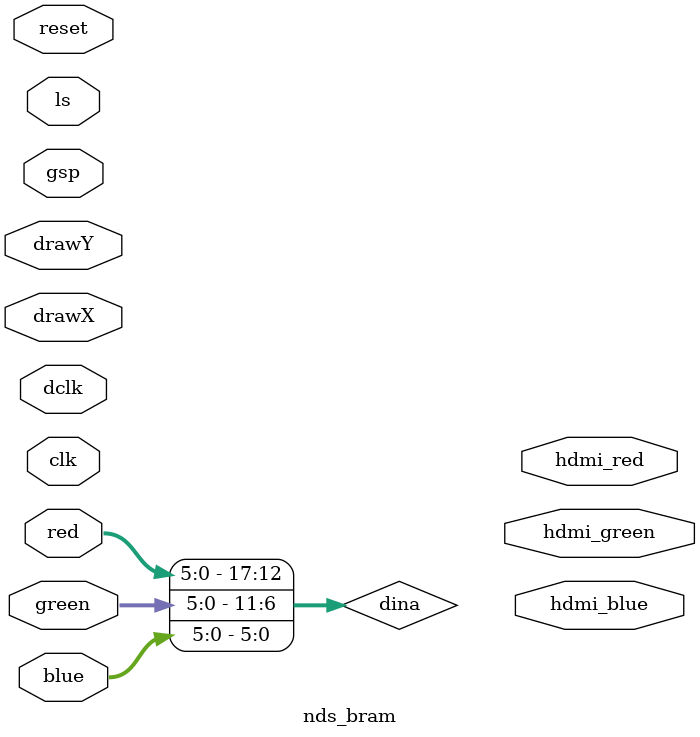
<source format=sv>
module nds_bram(
    input logic [5:0] red, 
    input logic [5:0] green, 
    input logic [5:0] blue, // Pixel data from NDS
    input logic dclk,                   // Pixel clock
    input logic ls,                     // Line start
    input logic gsp,                    // Frame start
    input logic reset,                  // Active high reset
    input logic clk,                    // AXI clock

    output logic [5:0] hdmi_red, hdmi_green, hdmi_blue, // HDMI output
    input logic [9:0] drawX, drawY                     // HDMI draw coordinates
);

    // Internal BRAM control signals
    logic [17:0] dina;                 // Data input to BRAM (RGB packed into 24 bits)
    logic [17:0] doutb;                // Data output from BRAM (RGB packed into 24 bits)
    logic [15:0] addra, addrb;         // BRAM addresses (write/read)
    logic wea;                         // BRAM write enable

    // Pixel counter and address
    logic [15:0] pixel_count;          // Pixel counter for the NDS

    // Assign RGB to BRAM write data
    assign dina = {red, green, blue};  // Pack RGB into 24-bit format

    // Dual-port BRAM instantiation
    blk_mem_gen_0 bram (
        .addra(addra),     // Write address (Port A)
        .clka(clk),        // Write clock (Port A)
        .dina(dina),       // Data input (Port A)
        .douta(),          // Unused output (Port A)
        .ena(1'b1),        // Always enable Port A
        .wea(wea),         // Write enable (Port A)
        .addrb(addrb),     // Read address (Port B)
        .clkb(clk),        // Read clock (Port B)
        .dinb(24'b0),      // Unused input (Port B)
        .doutb(doutb),     // Data output (Port B)
        .enb(1'b1),        // Always enable Port B
        .web(1'b0)         // Write disabled for Port B
    );

    logic dclk_prev; // Previous state of dclk to detect edges

// Write Logic: Store pixel data from NDS into BRAM
always_ff @(posedge clk or posedge reset) begin
    if (reset) begin
        addra <= 0;
        pixel_count <= 0;
        wea <= 1'b0; // Disable writes
        dclk_prev <= 1'b0; // Initialize previous dclk state
    end else begin
        // Detect rising edge of dclk
        if (dclk && !dclk_prev) begin
            if (pixel_count < (256 * 192)) begin
                addra <= pixel_count;  // Set write address
                wea <= 1'b1;           // Enable write on next cycle
                pixel_count <= pixel_count + 1;
            end else begin
                // Stop writing after 256x192 pixels
                wea <= 1'b0;           // Disable writes
                pixel_count <= 0;      // Reset pixel count for next frame
                addra <= 0;
            end
        end else begin
            wea <= 1'b0; // Disable write when not on dclk rising edge
        end

        // Update previous dclk state
        dclk_prev <= dclk;
    end
end

    /*
    logic [17:0] doutb_delayed;

always_ff @(posedge clk or posedge reset) begin
    if (reset) begin
        doutb_delayed <= 18'b0;
    end else begin
        doutb_delayed <= doutb; // Register the BRAM output
    end
end

    
    always_ff @(posedge clk or posedge reset) begin
    if (reset) begin
        addrb <= 0;
        pixel_count <= 0;
        hdmi_red <= 6'b0;
        hdmi_green <= 6'b0;
        hdmi_blue <= 6'b0;
    end else begin
        // Check if coordinates are within the active display range
        if (drawX >= 192 && drawX < 448 && drawY >= 144 && drawY < 336) begin
            addrb <= (drawX - 192) + ((drawY - 144) * 256); // Calculate read address
            hdmi_red <= doutb_delayed[17:12]; // Assign output color based on BRAM data
            hdmi_green <= doutb_delayed[11:6];
            hdmi_blue <= doutb_delayed[5:0];
        end else begin
            // Output black (default color) for areas outside the active display
            hdmi_red <= 6'b000000;
            hdmi_green <= 6'b000000;
            hdmi_blue <= 6'b000000;
        end
    end
end*/


    // Read Logic: Fetch pixel data from BRAM for HDMI rendering
    always_comb begin
        // Compute BRAM read address based on HDMI draw coordinates
        
        /*if (drawX >= 192 && drawX <= 448 && drawY >= 144 && drawY <= 336) begin
            addrb = (drawX - 192) + ((drawY - 144) * 256);
            hdmi_red = doutb[17:12];
            hdmi_green = doutb[11:6];
            hdmi_blue = doutb[5:0];
        end else begin
            hdmi_red = 6'b000000;
            hdmi_green = 6'b000000;
            hdmi_blue = 6'b000000;
        end*/
    end

endmodule

</source>
